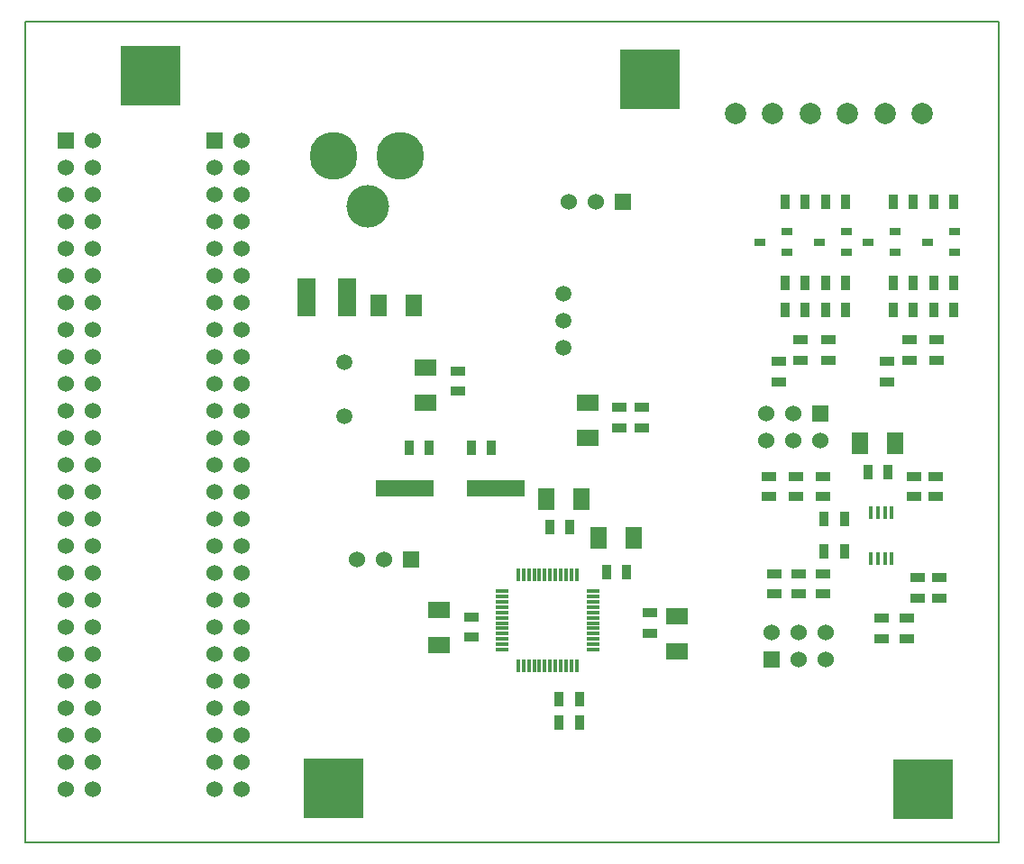
<source format=gts>
G04 (created by PCBNEW (22-Jun-2014 BZR 4027)-stable) date vie 24 oct 2014 08:07:14 CST*
%MOIN*%
G04 Gerber Fmt 3.4, Leading zero omitted, Abs format*
%FSLAX34Y34*%
G01*
G70*
G90*
G04 APERTURE LIST*
%ADD10C,0.00590551*%
%ADD11C,0.00787402*%
%ADD12R,0.055X0.035*%
%ADD13R,0.035X0.055*%
%ADD14C,0.0590551*%
%ADD15R,0.015X0.05*%
%ADD16C,0.0591*%
%ADD17R,0.216535X0.0590551*%
%ADD18R,0.0394X0.0276*%
%ADD19R,0.06X0.06*%
%ADD20C,0.06*%
%ADD21R,0.06X0.08*%
%ADD22R,0.08X0.06*%
%ADD23C,0.0787402*%
%ADD24C,0.177165*%
%ADD25C,0.15748*%
%ADD26R,0.011811X0.0472441*%
%ADD27R,0.0472441X0.011811*%
%ADD28R,0.07X0.14*%
%ADD29R,0.22X0.22*%
G04 APERTURE END LIST*
G54D10*
G54D11*
X13201Y-41163D02*
X49201Y-41163D01*
X49197Y-10800D02*
X13197Y-10800D01*
X13200Y-41163D02*
X13200Y-10813D01*
X49200Y-10820D02*
X49200Y-41161D01*
G54D12*
X45800Y-33625D03*
X45800Y-32875D03*
X47000Y-31375D03*
X47000Y-32125D03*
X40900Y-31975D03*
X40900Y-31225D03*
X46850Y-27625D03*
X46850Y-28375D03*
X46050Y-27625D03*
X46050Y-28375D03*
G54D13*
X46025Y-20450D03*
X45275Y-20450D03*
X45275Y-21450D03*
X46025Y-21450D03*
G54D12*
X45900Y-22575D03*
X45900Y-23325D03*
X46900Y-23325D03*
X46900Y-22575D03*
G54D13*
X46775Y-21450D03*
X47525Y-21450D03*
X46775Y-20450D03*
X47525Y-20450D03*
X46025Y-17450D03*
X45275Y-17450D03*
X47525Y-17450D03*
X46775Y-17450D03*
X42025Y-20450D03*
X41275Y-20450D03*
X41275Y-21450D03*
X42025Y-21450D03*
G54D12*
X42900Y-23325D03*
X42900Y-22575D03*
G54D13*
X42775Y-21450D03*
X43525Y-21450D03*
X42775Y-20450D03*
X43525Y-20450D03*
X42025Y-17450D03*
X41275Y-17450D03*
X43525Y-17450D03*
X42775Y-17450D03*
G54D12*
X46200Y-31375D03*
X46200Y-32125D03*
X36300Y-32675D03*
X36300Y-33425D03*
G54D13*
X34675Y-31150D03*
X35425Y-31150D03*
X30425Y-26550D03*
X29675Y-26550D03*
X27375Y-26550D03*
X28125Y-26550D03*
G54D12*
X29700Y-32825D03*
X29700Y-33575D03*
G54D13*
X33325Y-29500D03*
X32575Y-29500D03*
X33675Y-35875D03*
X32925Y-35875D03*
X33675Y-36725D03*
X32925Y-36725D03*
G54D12*
X29200Y-23725D03*
X29200Y-24475D03*
X35150Y-25075D03*
X35150Y-25825D03*
X36000Y-25075D03*
X36000Y-25825D03*
X44850Y-33625D03*
X44850Y-32875D03*
X42700Y-31975D03*
X42700Y-31225D03*
G54D14*
X33100Y-20850D03*
X33100Y-21850D03*
X33100Y-22850D03*
G54D15*
X44466Y-30650D03*
X44722Y-30650D03*
X44978Y-30650D03*
X45234Y-30650D03*
X45234Y-28950D03*
X44978Y-28950D03*
X44722Y-28950D03*
X44466Y-28950D03*
G54D16*
X25000Y-25400D03*
X25000Y-23400D03*
G54D17*
X30573Y-28050D03*
X27226Y-28050D03*
G54D18*
X44350Y-18950D03*
X45350Y-18575D03*
X45350Y-19325D03*
X46550Y-18950D03*
X47550Y-18575D03*
X47550Y-19325D03*
X40350Y-18950D03*
X41350Y-18575D03*
X41350Y-19325D03*
X42550Y-18950D03*
X43550Y-18575D03*
X43550Y-19325D03*
G54D13*
X44350Y-27450D03*
X45100Y-27450D03*
G54D12*
X41850Y-22575D03*
X41850Y-23325D03*
G54D19*
X35300Y-17450D03*
G54D20*
X34300Y-17450D03*
X33300Y-17450D03*
G54D19*
X27450Y-30700D03*
G54D20*
X26450Y-30700D03*
X25450Y-30700D03*
G54D21*
X34400Y-29900D03*
X35700Y-29900D03*
X33750Y-28450D03*
X32450Y-28450D03*
G54D22*
X28000Y-23600D03*
X28000Y-24900D03*
X37300Y-32800D03*
X37300Y-34100D03*
X28500Y-32550D03*
X28500Y-33850D03*
G54D21*
X44050Y-26400D03*
X45350Y-26400D03*
G54D12*
X41050Y-24125D03*
X41050Y-23375D03*
X45050Y-23375D03*
X45050Y-24125D03*
G54D23*
X46350Y-14200D03*
X44972Y-14200D03*
X43594Y-14200D03*
X42216Y-14200D03*
X40838Y-14200D03*
X39460Y-14200D03*
G54D24*
X27050Y-15750D03*
G54D25*
X25868Y-17639D03*
G54D24*
X24589Y-15750D03*
G54D26*
X32401Y-31276D03*
X32598Y-31276D03*
X32204Y-31276D03*
X32795Y-31276D03*
X32992Y-31276D03*
X33188Y-31276D03*
X33385Y-31276D03*
X33582Y-31276D03*
X32007Y-31276D03*
X31811Y-31276D03*
X31614Y-31276D03*
X31417Y-31276D03*
X32401Y-34623D03*
X32598Y-34623D03*
X32204Y-34623D03*
X32007Y-34623D03*
X31811Y-34623D03*
X31614Y-34623D03*
X31417Y-34623D03*
X32795Y-34623D03*
X32992Y-34623D03*
X33188Y-34623D03*
X33385Y-34623D03*
X33582Y-34623D03*
G54D27*
X34173Y-33048D03*
X34173Y-33245D03*
X34173Y-33442D03*
X34173Y-33638D03*
X34173Y-33835D03*
X34173Y-34032D03*
X34173Y-32851D03*
X34173Y-32654D03*
X34173Y-32457D03*
X34173Y-32261D03*
X34173Y-32064D03*
X34173Y-31867D03*
X30826Y-33048D03*
X30826Y-33245D03*
X30826Y-33442D03*
X30826Y-33638D03*
X30826Y-33835D03*
X30826Y-34032D03*
X30826Y-32851D03*
X30826Y-32654D03*
X30826Y-32457D03*
X30826Y-32261D03*
X30826Y-32064D03*
X30826Y-31867D03*
G54D22*
X34000Y-24900D03*
X34000Y-26200D03*
G54D13*
X42725Y-30400D03*
X43475Y-30400D03*
X42725Y-29200D03*
X43475Y-29200D03*
G54D12*
X41800Y-31975D03*
X41800Y-31225D03*
X40700Y-27625D03*
X40700Y-28375D03*
X41700Y-27625D03*
X41700Y-28375D03*
X42700Y-27625D03*
X42700Y-28375D03*
G54D19*
X40800Y-34400D03*
G54D20*
X40800Y-33400D03*
X41800Y-34400D03*
X41800Y-33400D03*
X42800Y-34400D03*
X42800Y-33400D03*
G54D19*
X42600Y-25300D03*
G54D20*
X42600Y-26300D03*
X41600Y-25300D03*
X41600Y-26300D03*
X40600Y-25300D03*
X40600Y-26300D03*
G54D28*
X23600Y-21000D03*
X25100Y-21000D03*
G54D21*
X27550Y-21300D03*
X26250Y-21300D03*
G54D19*
X20200Y-15200D03*
G54D20*
X21200Y-15200D03*
X20200Y-20200D03*
X21200Y-16200D03*
X20200Y-21200D03*
X21200Y-17200D03*
X20200Y-22200D03*
X21200Y-18200D03*
X20200Y-23200D03*
X21200Y-19200D03*
X20200Y-24200D03*
X21200Y-20200D03*
X20200Y-25200D03*
X21200Y-21200D03*
X20200Y-26200D03*
X21200Y-22200D03*
X20200Y-27200D03*
X21200Y-23200D03*
X20200Y-28200D03*
X21200Y-24200D03*
X20200Y-29200D03*
X21200Y-25200D03*
X20200Y-30200D03*
X21200Y-26200D03*
X21200Y-27200D03*
X20200Y-31200D03*
X21200Y-28200D03*
X21200Y-30200D03*
X21200Y-31200D03*
X21200Y-32200D03*
X21200Y-33200D03*
X20200Y-32200D03*
X20200Y-33200D03*
X20200Y-16200D03*
X20200Y-17200D03*
X20200Y-18200D03*
X20200Y-19200D03*
X20200Y-34200D03*
X21200Y-34200D03*
X21200Y-29200D03*
X20200Y-35200D03*
X21200Y-35200D03*
X20200Y-36200D03*
X21200Y-36200D03*
X20200Y-37200D03*
X21200Y-37200D03*
X20200Y-38200D03*
X21200Y-38200D03*
X20200Y-39200D03*
X21200Y-39200D03*
G54D19*
X14700Y-15200D03*
G54D20*
X15700Y-15200D03*
X14700Y-20200D03*
X15700Y-16200D03*
X14700Y-21200D03*
X15700Y-17200D03*
X14700Y-22200D03*
X15700Y-18200D03*
X14700Y-23200D03*
X15700Y-19200D03*
X14700Y-24200D03*
X15700Y-20200D03*
X14700Y-25200D03*
X15700Y-21200D03*
X14700Y-26200D03*
X15700Y-22200D03*
X14700Y-27200D03*
X15700Y-23200D03*
X14700Y-28200D03*
X15700Y-24200D03*
X14700Y-29200D03*
X15700Y-25200D03*
X14700Y-30200D03*
X15700Y-26200D03*
X15700Y-27200D03*
X14700Y-31200D03*
X15700Y-28200D03*
X15700Y-30200D03*
X15700Y-31200D03*
X15700Y-32200D03*
X15700Y-33200D03*
X14700Y-32200D03*
X14700Y-33200D03*
X14700Y-16200D03*
X14700Y-17200D03*
X14700Y-18200D03*
X14700Y-19200D03*
X14700Y-34200D03*
X15700Y-34200D03*
X15700Y-29200D03*
X14700Y-35200D03*
X15700Y-35200D03*
X14700Y-36200D03*
X15700Y-36200D03*
X14700Y-37200D03*
X15700Y-37200D03*
X14700Y-38200D03*
X15700Y-38200D03*
X14700Y-39200D03*
X15700Y-39200D03*
G54D29*
X17820Y-12782D03*
X36300Y-12936D03*
X24596Y-39160D03*
X46382Y-39200D03*
M02*

</source>
